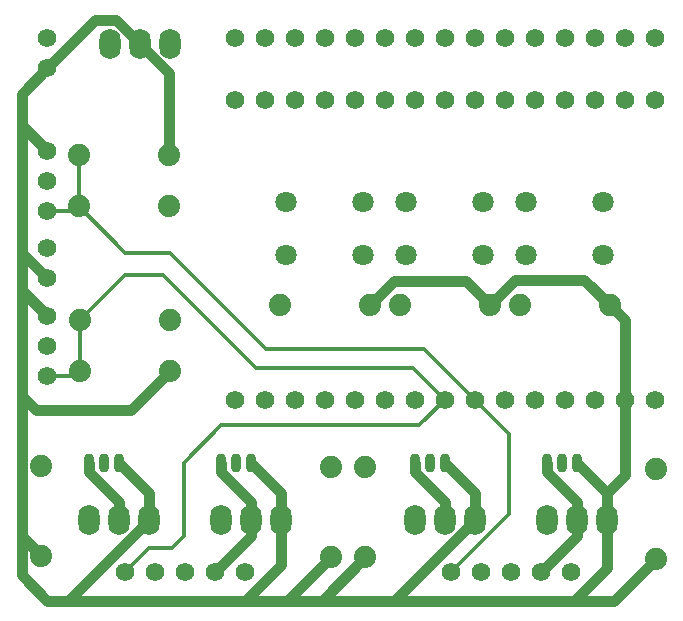
<source format=gbl>
G04 Layer: BottomLayer*
G04 EasyEDA v6.5.22, 2023-04-12 12:18:29*
G04 Gerber Generator version 0.2*
G04 Scale: 100 percent, Rotated: No, Reflected: No *
G04 Dimensions in millimeters *
G04 leading zeros omitted , absolute positions ,4 integer and 5 decimal *
%FSLAX45Y45*%
%MOMM*%

%ADD10C,0.9000*%
%ADD11C,0.6000*%
%ADD12C,0.3000*%
%ADD13C,1.5748*%
%ADD14C,1.8000*%
%ADD15O,0.8999982X1.5999968*%
%ADD16C,1.8796*%
%ADD17O,1.7999964X2.5999948*%

%LPD*%
D10*
X2794000Y5029200D02*
G01*
X2628900Y5194300D01*
X2628900Y5194300D01*
X2628900Y7569200D02*
G01*
X2628900Y4864100D01*
X2844800Y4648200D01*
X4521200Y4648200D01*
X4826000Y4953000D01*
X4826000Y5333492D01*
X2628900Y6386321D02*
G01*
X2754122Y6261100D01*
X3556000Y6261100D01*
X3886200Y6591300D01*
X6591300Y7150100D02*
G01*
X6807200Y7366000D01*
X7391400Y7366000D01*
X7607300Y7150100D01*
X5575300Y7150100D02*
G01*
X5778500Y7353300D01*
X6388100Y7353300D01*
X6591300Y7150100D01*
X3632200Y9359417D02*
G01*
X3873500Y9118117D01*
X3873500Y8420100D01*
X2844800Y9156700D02*
G01*
X3251200Y9563100D01*
X3428517Y9563100D01*
X3632200Y9359417D01*
X2844800Y8458200D02*
G01*
X2628900Y8674608D01*
X2628900Y8636000D02*
G01*
X2628900Y8940800D01*
X2844800Y9156700D01*
X2844800Y7061200D02*
G01*
X2628900Y7277100D01*
X2628900Y7277100D01*
X2628900Y8636000D02*
G01*
X2628900Y7594600D01*
X2844800Y7378700D01*
X3200400Y5816600D02*
G01*
X3200400Y5740400D01*
X3454400Y5486400D01*
X3454400Y5334507D01*
X3454397Y5816597D02*
G01*
X3708400Y5562594D01*
X3708400Y5333517D01*
X4572000Y5334507D02*
G01*
X4572000Y5486400D01*
X4318000Y5740400D01*
X4318000Y5816600D01*
X4571997Y5816597D02*
G01*
X4826000Y5562594D01*
X4826000Y5333517D01*
X5245100Y5016500D02*
G01*
X4876800Y4648200D01*
X4871506Y4648200D01*
X5537200Y5016500D02*
G01*
X5168900Y4648200D01*
X5168900Y4648200D01*
X6464325Y5333492D02*
G01*
X5779033Y4648200D01*
X5774438Y4648200D01*
X3708400Y5333492D02*
G01*
X3022345Y4648200D01*
X4267197Y4889497D02*
G01*
X4571974Y5194274D01*
X4571974Y5334507D01*
X6210300Y5816600D02*
G01*
X6464325Y5562574D01*
X6464325Y5333492D01*
X5956300Y5816600D02*
G01*
X5956300Y5740400D01*
X6210300Y5486400D01*
X6210300Y5334507D01*
X7607300Y7150100D02*
G01*
X7734300Y7023100D01*
X7734300Y6350000D01*
X7581925Y5562574D02*
G01*
X7734300Y5714949D01*
X7734300Y6350000D01*
X7302500Y4648200D02*
G01*
X7645400Y4648200D01*
X8001000Y5003800D01*
X4533900Y4648200D02*
G01*
X7302500Y4648200D01*
X7581925Y4927625D01*
X7581925Y5333492D01*
X7327900Y5816600D02*
G01*
X7581925Y5562574D01*
X7581925Y5333492D01*
X7327900Y5334482D02*
G01*
X7327900Y5486400D01*
X7073900Y5740400D01*
X7073900Y5816600D01*
X7023100Y4889500D02*
G01*
X7327900Y5194300D01*
X7327900Y5334482D01*
D11*
X2628900Y5181594D02*
G01*
X2628900Y5183411D01*
D12*
X3124200Y7023100D02*
G01*
X3505200Y7404100D01*
X3822700Y7404100D01*
X4610100Y6616700D01*
X5943600Y6616700D01*
X6210300Y6350000D01*
X3124202Y7023102D02*
G01*
X3124202Y6591302D01*
X6261100Y4889500D02*
G01*
X6756400Y5384800D01*
X6756400Y6057900D01*
X6464300Y6350000D01*
X3505200Y4889500D02*
G01*
X3708400Y5092700D01*
X3898900Y5092700D01*
X4000500Y5194300D01*
X4000500Y5816600D01*
X4318000Y6134100D01*
X5994400Y6134100D01*
X6210300Y6350000D01*
X3124200Y6591300D02*
G01*
X3086100Y6553200D01*
X2844800Y6553200D01*
X3111500Y7988300D02*
G01*
X3073400Y7950200D01*
X2844800Y7950200D01*
X3111500Y7988300D02*
G01*
X3505200Y7594600D01*
X3886200Y7594600D01*
X4699000Y6781800D01*
X6032500Y6781800D01*
X6464300Y6350000D01*
X3111500Y8420100D02*
G01*
X3111500Y7988300D01*
D13*
G01*
X6261100Y4889500D03*
G01*
X6515100Y4889500D03*
G01*
X6769100Y4889500D03*
G01*
X7023100Y4889500D03*
G01*
X7277100Y4889500D03*
G01*
X3505200Y4889500D03*
G01*
X3759200Y4889500D03*
G01*
X4013200Y4889500D03*
G01*
X4267200Y4889500D03*
G01*
X4521200Y4889500D03*
G01*
X7988300Y9410700D03*
G01*
X7734300Y9410700D03*
G01*
X7480300Y9410700D03*
G01*
X7226300Y9410700D03*
G01*
X6972300Y9410700D03*
G01*
X6718300Y9410700D03*
G01*
X6464300Y9410700D03*
G01*
X6210300Y9410700D03*
G01*
X5956300Y9410700D03*
G01*
X5702300Y9410700D03*
G01*
X5448300Y9410700D03*
G01*
X5194300Y9410700D03*
G01*
X4940300Y9410700D03*
G01*
X4686300Y9410700D03*
G01*
X4432300Y9410700D03*
G01*
X4432300Y6350000D03*
G01*
X4686300Y6350000D03*
G01*
X4940300Y6350000D03*
G01*
X5194300Y6350000D03*
G01*
X5448300Y6350000D03*
G01*
X5702300Y6350000D03*
G01*
X5956300Y6350000D03*
G01*
X6210300Y6350000D03*
G01*
X6464300Y6350000D03*
G01*
X6718300Y6350000D03*
G01*
X6972300Y6350000D03*
G01*
X7226300Y6350000D03*
G01*
X7480300Y6350000D03*
G01*
X7734300Y6350000D03*
G01*
X7988300Y6350000D03*
G01*
X4432300Y8890000D03*
G01*
X4686300Y8890000D03*
G01*
X4940300Y8890000D03*
G01*
X5194300Y8890000D03*
G01*
X5448300Y8890000D03*
G01*
X5702300Y8890000D03*
G01*
X5956300Y8890000D03*
G01*
X6210300Y8890000D03*
G01*
X6464300Y8890000D03*
G01*
X6718300Y8890000D03*
G01*
X6972300Y8890000D03*
G01*
X7226300Y8890000D03*
G01*
X7480300Y8890000D03*
G01*
X7734300Y8890000D03*
G01*
X7988300Y8890000D03*
G01*
X2844800Y7632700D03*
G01*
X2844800Y7378700D03*
G01*
X2844800Y9410700D03*
G01*
X2844800Y9156700D03*
D14*
G01*
X6901179Y8022844D03*
G01*
X6901179Y7572755D03*
G01*
X7551420Y8022844D03*
G01*
X7551420Y7572755D03*
G01*
X5885179Y8022844D03*
G01*
X5885179Y7572755D03*
G01*
X6535420Y8022844D03*
G01*
X6535420Y7572755D03*
G01*
X4869179Y8022844D03*
G01*
X4869179Y7572755D03*
G01*
X5519420Y8022844D03*
G01*
X5519420Y7572755D03*
D15*
G01*
X7327900Y5816600D03*
G01*
X7200900Y5816600D03*
G01*
X7073900Y5816600D03*
G01*
X6210300Y5816600D03*
G01*
X6083300Y5816600D03*
G01*
X5956300Y5816600D03*
G01*
X4572000Y5816600D03*
G01*
X4445000Y5816600D03*
G01*
X4318000Y5816600D03*
G01*
X3454400Y5816600D03*
G01*
X3327400Y5816600D03*
G01*
X3200400Y5816600D03*
D16*
G01*
X8001000Y5765800D03*
G01*
X8001000Y5003800D03*
G01*
X5537200Y5016500D03*
G01*
X5537200Y5778500D03*
G01*
X5245100Y5016500D03*
G01*
X5245100Y5778500D03*
G01*
X2794000Y5029200D03*
G01*
X2794000Y5791200D03*
G01*
X3111500Y8420100D03*
G01*
X3873500Y8420100D03*
G01*
X3111500Y7988300D03*
G01*
X3873500Y7988300D03*
G01*
X4813300Y7150100D03*
G01*
X5575300Y7150100D03*
G01*
X5829300Y7150100D03*
G01*
X6591300Y7150100D03*
G01*
X6845300Y7150100D03*
G01*
X7607300Y7150100D03*
G01*
X3124200Y6591300D03*
G01*
X3886200Y6591300D03*
G01*
X3124200Y7023100D03*
G01*
X3886200Y7023100D03*
D13*
G01*
X2844800Y7950200D03*
G01*
X2844800Y8204200D03*
G01*
X2844800Y8458200D03*
G01*
X2844800Y6553200D03*
G01*
X2844800Y6807200D03*
G01*
X2844800Y7061200D03*
D17*
G01*
X3632200Y9359417D03*
G01*
X3378174Y9360408D03*
G01*
X3886200Y9359392D03*
G01*
X7327900Y5334482D03*
G01*
X7581925Y5333492D03*
G01*
X7073900Y5334507D03*
G01*
X6210300Y5334482D03*
G01*
X6464325Y5333492D03*
G01*
X5956300Y5334507D03*
G01*
X3454374Y5334507D03*
G01*
X3708400Y5333517D03*
G01*
X3200374Y5334507D03*
G01*
X4571974Y5334507D03*
G01*
X4826000Y5333517D03*
G01*
X4317974Y5334507D03*
M02*

</source>
